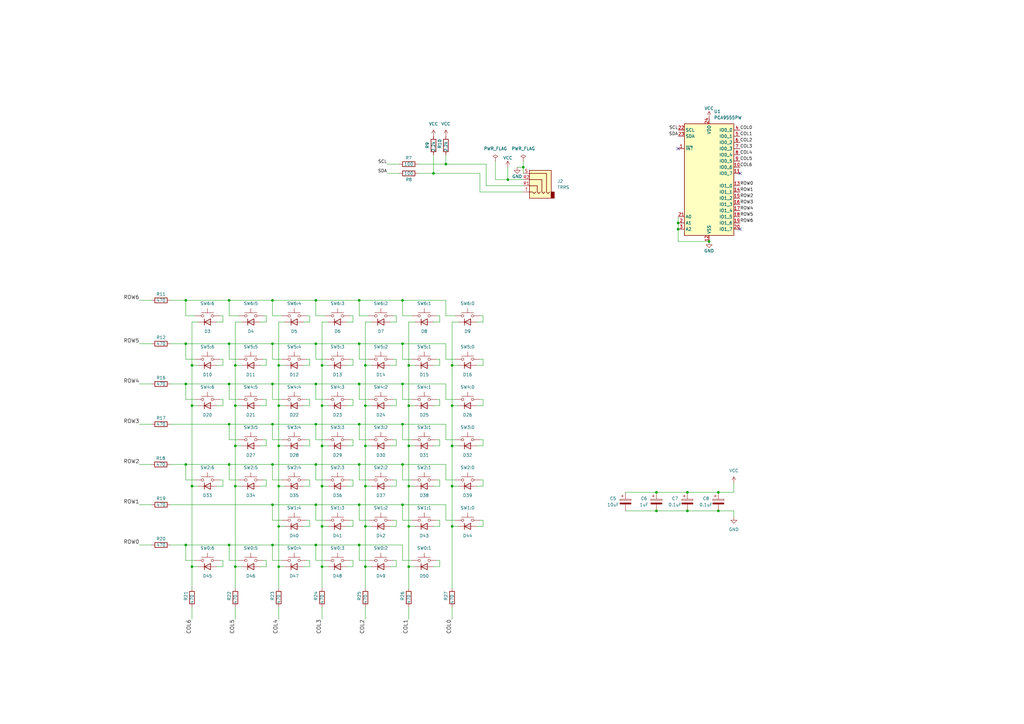
<source format=kicad_sch>
(kicad_sch (version 20211123) (generator eeschema)
  (paper "A3")
  (junction (at 114.3 215.9))
  (junction (at 96.52 232.41))
  (junction (at 149.86 182.88))
  (junction (at 114.3 149.86))
  (junction (at 167.64 215.9))
  (junction (at 78.74 166.37))
  (junction (at 132.08 149.86))
  (junction (at 278.13 91.44))
  (junction (at 76.2 190.5))
  (junction (at 132.08 166.37))
  (junction (at 294.64 201.93))
  (junction (at 111.76 207.01))
  (junction (at 96.52 149.86))
  (junction (at 129.54 173.99))
  (junction (at 96.52 166.37))
  (junction (at 132.08 182.88))
  (junction (at 78.74 232.41))
  (junction (at 294.64 209.55))
  (junction (at 132.08 232.41))
  (junction (at 129.54 223.52))
  (junction (at 114.3 232.41))
  (junction (at 185.42 182.88))
  (junction (at 93.98 140.97))
  (junction (at 165.1 173.99))
  (junction (at 269.24 201.93))
  (junction (at 269.24 209.55))
  (junction (at 76.2 140.97))
  (junction (at 165.1 123.19))
  (junction (at 177.8 71.12))
  (junction (at 93.98 173.99))
  (junction (at 114.3 182.88))
  (junction (at 111.76 223.52))
  (junction (at 185.42 149.86))
  (junction (at 96.52 182.88))
  (junction (at 96.52 199.39))
  (junction (at 167.64 182.88))
  (junction (at 147.32 190.5))
  (junction (at 147.32 123.19))
  (junction (at 132.08 199.39))
  (junction (at 76.2 123.19))
  (junction (at 111.76 123.19))
  (junction (at 165.1 157.48))
  (junction (at 93.98 190.5))
  (junction (at 78.74 149.86))
  (junction (at 167.64 149.86))
  (junction (at 111.76 157.48))
  (junction (at 185.42 215.9))
  (junction (at 214.63 68.58))
  (junction (at 167.64 232.41))
  (junction (at 165.1 140.97))
  (junction (at 147.32 173.99))
  (junction (at 76.2 157.48))
  (junction (at 165.1 190.5))
  (junction (at 129.54 157.48))
  (junction (at 147.32 207.01))
  (junction (at 149.86 199.39))
  (junction (at 208.28 73.66))
  (junction (at 167.64 166.37))
  (junction (at 149.86 149.86))
  (junction (at 147.32 157.48))
  (junction (at 114.3 166.37))
  (junction (at 129.54 140.97))
  (junction (at 129.54 190.5))
  (junction (at 182.88 67.31))
  (junction (at 149.86 166.37))
  (junction (at 278.13 93.98))
  (junction (at 111.76 140.97))
  (junction (at 129.54 207.01))
  (junction (at 147.32 223.52))
  (junction (at 149.86 215.9))
  (junction (at 132.08 215.9))
  (junction (at 114.3 199.39))
  (junction (at 165.1 207.01))
  (junction (at 78.74 199.39))
  (junction (at 111.76 173.99))
  (junction (at 76.2 223.52))
  (junction (at 149.86 232.41))
  (junction (at 111.76 190.5))
  (junction (at 185.42 166.37))
  (junction (at 167.64 199.39))
  (junction (at 129.54 123.19))
  (junction (at 281.94 209.55))
  (junction (at 281.94 201.93))
  (junction (at 185.42 199.39))
  (junction (at 147.32 140.97))
  (junction (at 93.98 223.52))
  (junction (at 93.98 157.48))
  (junction (at 93.98 123.19))
  (junction (at 290.83 99.06))
  (no_connect (at 278.13 60.96))
  (no_connect (at 303.53 71.12))
  (no_connect (at 303.53 93.98))
  (wire (pts (xy 162.56 229.87) (xy 162.56 232.41)))
  (wire (pts (xy 129.54 157.48) (xy 147.32 157.48)))
  (wire (pts (xy 165.1 229.87) (xy 168.91 229.87)))
  (wire (pts (xy 182.88 207.01) (xy 182.88 213.36)))
  (wire (pts (xy 111.76 157.48) (xy 111.76 163.83)))
  (wire (pts (xy 198.12 199.39) (xy 198.12 196.85)))
  (wire (pts (xy 165.1 173.99) (xy 165.1 180.34)))
  (wire (pts (xy 106.68 199.39) (xy 109.22 199.39)))
  (wire (pts (xy 69.7472 190.5) (xy 76.2 190.5)))
  (wire (pts (xy 69.85 173.99) (xy 93.98 173.99)))
  (wire (pts (xy 132.08 215.9) (xy 134.62 215.9)))
  (wire (pts (xy 114.3 199.39) (xy 116.84 199.39)))
  (wire (pts (xy 165.1 196.85) (xy 168.91 196.85)))
  (wire (pts (xy 144.78 199.39) (xy 144.78 196.85)))
  (wire (pts (xy 142.24 166.37) (xy 144.78 166.37)))
  (wire (pts (xy 161.29 196.85) (xy 162.56 196.85)))
  (wire (pts (xy 114.3 248.92) (xy 114.3 254)))
  (wire (pts (xy 127 180.34) (xy 127 182.88)))
  (wire (pts (xy 78.74 232.41) (xy 78.74 241.3)))
  (wire (pts (xy 149.86 166.37) (xy 149.86 182.88)))
  (wire (pts (xy 69.85 207.01) (xy 111.76 207.01)))
  (wire (pts (xy 114.3 149.86) (xy 114.3 166.37)))
  (wire (pts (xy 129.54 207.01) (xy 147.32 207.01)))
  (wire (pts (xy 144.78 215.9) (xy 144.78 213.36)))
  (wire (pts (xy 142.24 215.9) (xy 144.78 215.9)))
  (wire (pts (xy 78.74 149.86) (xy 78.74 166.37)))
  (wire (pts (xy 300.99 198.12) (xy 300.99 201.93)))
  (wire (pts (xy 147.32 163.83) (xy 151.13 163.83)))
  (wire (pts (xy 93.98 223.52) (xy 93.98 229.87)))
  (wire (pts (xy 165.1 157.48) (xy 182.88 157.48)))
  (wire (pts (xy 182.88 190.5) (xy 182.88 196.85)))
  (wire (pts (xy 69.85 157.48) (xy 76.2 157.48)))
  (wire (pts (xy 147.32 157.48) (xy 147.32 163.83)))
  (wire (pts (xy 78.74 132.08) (xy 81.28 132.08)))
  (wire (pts (xy 132.08 232.41) (xy 134.62 232.41)))
  (wire (pts (xy 96.52 166.37) (xy 99.06 166.37)))
  (wire (pts (xy 278.13 88.9) (xy 278.13 91.44)))
  (wire (pts (xy 106.68 182.88) (xy 109.22 182.88)))
  (wire (pts (xy 185.42 215.9) (xy 185.42 241.3)))
  (wire (pts (xy 147.32 123.19) (xy 147.32 129.54)))
  (wire (pts (xy 149.86 215.9) (xy 149.86 232.41)))
  (wire (pts (xy 114.3 149.86) (xy 116.84 149.86)))
  (wire (pts (xy 96.52 199.39) (xy 96.52 232.41)))
  (wire (pts (xy 143.51 180.34) (xy 144.78 180.34)))
  (wire (pts (xy 147.32 229.87) (xy 151.13 229.87)))
  (wire (pts (xy 93.98 223.52) (xy 111.76 223.52)))
  (wire (pts (xy 111.76 190.5) (xy 111.76 196.85)))
  (wire (pts (xy 111.76 157.48) (xy 129.54 157.48)))
  (wire (pts (xy 76.2 163.83) (xy 80.01 163.83)))
  (wire (pts (xy 76.2 140.97) (xy 93.98 140.97)))
  (wire (pts (xy 93.98 147.32) (xy 97.79 147.32)))
  (wire (pts (xy 179.07 213.36) (xy 180.34 213.36)))
  (wire (pts (xy 167.64 232.41) (xy 167.64 241.3)))
  (wire (pts (xy 160.02 215.9) (xy 162.56 215.9)))
  (wire (pts (xy 203.2 66.04) (xy 203.2 73.66)))
  (wire (pts (xy 149.86 182.88) (xy 152.4 182.88)))
  (wire (pts (xy 129.54 173.99) (xy 147.32 173.99)))
  (wire (pts (xy 90.17 196.85) (xy 91.44 196.85)))
  (wire (pts (xy 96.52 248.92) (xy 96.52 254)))
  (wire (pts (xy 182.88 63.5) (xy 182.88 67.31)))
  (wire (pts (xy 132.08 132.08) (xy 134.62 132.08)))
  (wire (pts (xy 165.1 190.5) (xy 165.1 196.85)))
  (wire (pts (xy 294.64 209.55) (xy 300.99 209.55)))
  (wire (pts (xy 160.02 182.88) (xy 162.56 182.88)))
  (wire (pts (xy 111.76 180.34) (xy 115.57 180.34)))
  (wire (pts (xy 214.63 78.74) (xy 196.85 78.74)))
  (wire (pts (xy 196.85 71.12) (xy 177.8 71.12)))
  (wire (pts (xy 182.88 163.83) (xy 186.69 163.83)))
  (wire (pts (xy 129.54 223.52) (xy 147.32 223.52)))
  (wire (pts (xy 109.22 166.37) (xy 109.22 163.83)))
  (wire (pts (xy 127 149.86) (xy 127 147.32)))
  (wire (pts (xy 185.42 182.88) (xy 187.96 182.88)))
  (wire (pts (xy 78.74 248.92) (xy 78.74 254)))
  (wire (pts (xy 149.86 132.08) (xy 149.86 149.86)))
  (wire (pts (xy 109.22 132.08) (xy 109.22 129.54)))
  (wire (pts (xy 196.85 78.74) (xy 196.85 71.12)))
  (wire (pts (xy 127 132.08) (xy 127 129.54)))
  (wire (pts (xy 129.54 223.52) (xy 129.54 229.87)))
  (wire (pts (xy 171.45 71.12) (xy 177.8 71.12)))
  (wire (pts (xy 161.29 180.34) (xy 162.56 180.34)))
  (wire (pts (xy 185.42 149.86) (xy 187.96 149.86)))
  (wire (pts (xy 179.07 147.32) (xy 180.34 147.32)))
  (wire (pts (xy 195.58 166.37) (xy 198.12 166.37)))
  (wire (pts (xy 96.52 232.41) (xy 96.52 241.3)))
  (wire (pts (xy 149.86 149.86) (xy 149.86 166.37)))
  (wire (pts (xy 158.75 71.12) (xy 163.83 71.12)))
  (wire (pts (xy 182.88 157.48) (xy 182.88 163.83)))
  (wire (pts (xy 129.54 180.34) (xy 133.35 180.34)))
  (wire (pts (xy 162.56 182.88) (xy 162.56 180.34)))
  (wire (pts (xy 162.56 199.39) (xy 162.56 196.85)))
  (wire (pts (xy 129.54 140.97) (xy 129.54 147.32)))
  (wire (pts (xy 196.85 180.34) (xy 198.12 180.34)))
  (wire (pts (xy 132.08 232.41) (xy 132.08 241.3)))
  (wire (pts (xy 96.52 132.08) (xy 96.52 149.86)))
  (wire (pts (xy 208.28 73.66) (xy 208.28 68.58)))
  (wire (pts (xy 179.07 196.85) (xy 180.34 196.85)))
  (wire (pts (xy 177.8 132.08) (xy 180.34 132.08)))
  (wire (pts (xy 88.9 166.37) (xy 91.44 166.37)))
  (wire (pts (xy 180.34 149.86) (xy 180.34 147.32)))
  (wire (pts (xy 142.24 132.08) (xy 144.78 132.08)))
  (wire (pts (xy 177.8 149.86) (xy 180.34 149.86)))
  (wire (pts (xy 125.73 180.34) (xy 127 180.34)))
  (wire (pts (xy 165.1 140.97) (xy 182.88 140.97)))
  (wire (pts (xy 93.98 140.97) (xy 111.76 140.97)))
  (wire (pts (xy 182.88 180.34) (xy 186.69 180.34)))
  (wire (pts (xy 107.95 163.83) (xy 109.22 163.83)))
  (wire (pts (xy 78.74 132.08) (xy 78.74 149.86)))
  (wire (pts (xy 124.46 149.86) (xy 127 149.86)))
  (wire (pts (xy 93.98 180.34) (xy 97.79 180.34)))
  (wire (pts (xy 182.88 129.54) (xy 186.69 129.54)))
  (wire (pts (xy 106.68 132.08) (xy 109.22 132.08)))
  (wire (pts (xy 96.52 182.88) (xy 99.06 182.88)))
  (wire (pts (xy 91.44 199.39) (xy 91.44 196.85)))
  (wire (pts (xy 214.63 76.2) (xy 199.39 76.2)))
  (wire (pts (xy 185.42 199.39) (xy 187.96 199.39)))
  (wire (pts (xy 57.15 140.97) (xy 62.23 140.97)))
  (wire (pts (xy 88.9 132.08) (xy 91.44 132.08)))
  (wire (pts (xy 214.63 68.58) (xy 214.63 71.12)))
  (wire (pts (xy 180.34 215.9) (xy 180.34 213.36)))
  (wire (pts (xy 147.32 207.01) (xy 165.1 207.01)))
  (wire (pts (xy 132.08 182.88) (xy 132.08 199.39)))
  (wire (pts (xy 167.64 149.86) (xy 170.18 149.86)))
  (wire (pts (xy 147.32 173.99) (xy 165.1 173.99)))
  (wire (pts (xy 196.85 196.85) (xy 198.12 196.85)))
  (wire (pts (xy 109.22 182.88) (xy 109.22 180.34)))
  (wire (pts (xy 111.76 229.87) (xy 115.57 229.87)))
  (wire (pts (xy 165.1 190.5) (xy 182.88 190.5)))
  (wire (pts (xy 203.2 73.66) (xy 208.28 73.66)))
  (wire (pts (xy 132.08 248.92) (xy 132.08 254)))
  (wire (pts (xy 147.32 180.34) (xy 151.13 180.34)))
  (wire (pts (xy 57.15 173.99) (xy 62.23 173.99)))
  (wire (pts (xy 165.1 180.34) (xy 168.91 180.34)))
  (wire (pts (xy 177.8 63.5) (xy 177.8 71.12)))
  (wire (pts (xy 107.95 147.32) (xy 109.22 147.32)))
  (wire (pts (xy 278.13 99.06) (xy 290.83 99.06)))
  (wire (pts (xy 144.78 182.88) (xy 144.78 180.34)))
  (wire (pts (xy 125.73 163.83) (xy 127 163.83)))
  (wire (pts (xy 199.39 76.2) (xy 199.39 67.31)))
  (wire (pts (xy 180.34 166.37) (xy 180.34 163.83)))
  (wire (pts (xy 165.1 140.97) (xy 165.1 147.32)))
  (wire (pts (xy 114.3 166.37) (xy 116.84 166.37)))
  (wire (pts (xy 165.1 163.83) (xy 168.91 163.83)))
  (wire (pts (xy 111.76 213.36) (xy 115.57 213.36)))
  (wire (pts (xy 91.44 232.41) (xy 91.44 229.87)))
  (wire (pts (xy 300.99 209.55) (xy 300.99 212.09)))
  (wire (pts (xy 167.64 166.37) (xy 170.18 166.37)))
  (wire (pts (xy 149.86 166.37) (xy 152.4 166.37)))
  (wire (pts (xy 90.17 129.54) (xy 91.44 129.54)))
  (wire (pts (xy 167.64 215.9) (xy 170.18 215.9)))
  (wire (pts (xy 149.86 232.41) (xy 152.4 232.41)))
  (wire (pts (xy 144.78 149.86) (xy 144.78 147.32)))
  (wire (pts (xy 107.95 196.85) (xy 109.22 196.85)))
  (wire (pts (xy 96.52 166.37) (xy 96.52 182.88)))
  (wire (pts (xy 109.22 199.39) (xy 109.22 196.85)))
  (wire (pts (xy 147.32 140.97) (xy 165.1 140.97)))
  (wire (pts (xy 93.98 123.19) (xy 111.76 123.19)))
  (wire (pts (xy 93.98 229.87) (xy 97.79 229.87)))
  (wire (pts (xy 144.78 166.37) (xy 144.78 163.83)))
  (wire (pts (xy 57.15 157.48) (xy 62.23 157.48)))
  (wire (pts (xy 147.32 213.36) (xy 151.13 213.36)))
  (wire (pts (xy 111.76 207.01) (xy 129.54 207.01)))
  (wire (pts (xy 106.68 232.41) (xy 109.22 232.41)))
  (wire (pts (xy 269.24 201.93) (xy 281.94 201.93)))
  (wire (pts (xy 93.98 123.19) (xy 93.98 129.54)))
  (wire (pts (xy 114.3 215.9) (xy 114.3 232.41)))
  (wire (pts (xy 111.76 173.99) (xy 129.54 173.99)))
  (wire (pts (xy 124.46 182.88) (xy 127 182.88)))
  (wire (pts (xy 256.54 201.93) (xy 269.24 201.93)))
  (wire (pts (xy 96.52 149.86) (xy 96.52 166.37)))
  (wire (pts (xy 195.58 215.9) (xy 198.12 215.9)))
  (wire (pts (xy 78.74 199.39) (xy 81.28 199.39)))
  (wire (pts (xy 162.56 166.37) (xy 162.56 163.83)))
  (wire (pts (xy 78.74 232.41) (xy 81.28 232.41)))
  (wire (pts (xy 165.1 213.36) (xy 168.91 213.36)))
  (wire (pts (xy 111.76 140.97) (xy 129.54 140.97)))
  (wire (pts (xy 214.63 73.66) (xy 208.28 73.66)))
  (wire (pts (xy 167.64 215.9) (xy 167.64 232.41)))
  (wire (pts (xy 165.1 207.01) (xy 165.1 213.36)))
  (wire (pts (xy 142.24 199.39) (xy 144.78 199.39)))
  (wire (pts (xy 180.34 132.08) (xy 180.34 129.54)))
  (wire (pts (xy 132.08 199.39) (xy 132.08 215.9)))
  (wire (pts (xy 93.98 196.85) (xy 97.79 196.85)))
  (wire (pts (xy 167.64 199.39) (xy 170.18 199.39)))
  (wire (pts (xy 90.17 147.32) (xy 91.44 147.32)))
  (wire (pts (xy 114.3 232.41) (xy 114.3 241.3)))
  (wire (pts (xy 111.76 163.83) (xy 115.57 163.83)))
  (wire (pts (xy 198.12 132.08) (xy 198.12 129.54)))
  (wire (pts (xy 93.98 173.99) (xy 93.98 180.34)))
  (wire (pts (xy 114.3 166.37) (xy 114.3 182.88)))
  (wire (pts (xy 76.2 147.32) (xy 80.01 147.32)))
  (wire (pts (xy 196.85 147.32) (xy 198.12 147.32)))
  (wire (pts (xy 96.52 182.88) (xy 96.52 199.39)))
  (wire (pts (xy 195.58 149.86) (xy 198.12 149.86)))
  (wire (pts (xy 129.54 196.85) (xy 133.35 196.85)))
  (wire (pts (xy 143.51 129.54) (xy 144.78 129.54)))
  (wire (pts (xy 124.46 215.9) (xy 127 215.9)))
  (wire (pts (xy 125.73 229.87) (xy 127 229.87)))
  (wire (pts (xy 124.46 132.08) (xy 127 132.08)))
  (wire (pts (xy 132.08 149.86) (xy 134.62 149.86)))
  (wire (pts (xy 111.76 129.54) (xy 115.57 129.54)))
  (wire (pts (xy 93.98 140.97) (xy 93.98 147.32)))
  (wire (pts (xy 165.1 147.32) (xy 168.91 147.32)))
  (wire (pts (xy 96.52 132.08) (xy 99.06 132.08)))
  (wire (pts (xy 162.56 232.41) (xy 160.02 232.41)))
  (wire (pts (xy 93.98 157.48) (xy 93.98 163.83)))
  (wire (pts (xy 147.32 123.19) (xy 165.1 123.19)))
  (wire (pts (xy 180.34 232.41) (xy 180.34 229.87)))
  (wire (pts (xy 76.2 123.19) (xy 93.98 123.19)))
  (wire (pts (xy 278.13 91.44) (xy 278.13 93.98)))
  (wire (pts (xy 180.34 182.88) (xy 180.34 180.34)))
  (wire (pts (xy 179.07 163.83) (xy 180.34 163.83)))
  (wire (pts (xy 132.08 166.37) (xy 132.08 182.88)))
  (wire (pts (xy 76.2 229.87) (xy 76.2 223.52)))
  (wire (pts (xy 144.78 132.08) (xy 144.78 129.54)))
  (wire (pts (xy 93.98 157.48) (xy 111.76 157.48)))
  (wire (pts (xy 129.54 190.5) (xy 147.32 190.5)))
  (wire (pts (xy 196.85 129.54) (xy 198.12 129.54)))
  (wire (pts (xy 111.76 223.52) (xy 129.54 223.52)))
  (wire (pts (xy 114.3 132.08) (xy 116.84 132.08)))
  (wire (pts (xy 111.76 190.5) (xy 129.54 190.5)))
  (wire (pts (xy 185.42 182.88) (xy 185.42 199.39)))
  (wire (pts (xy 161.29 129.54) (xy 162.56 129.54)))
  (wire (pts (xy 129.54 190.5) (xy 129.54 196.85)))
  (wire (pts (xy 57.15 190.5) (xy 62.1272 190.5)))
  (wire (pts (xy 114.3 182.88) (xy 114.3 199.39)))
  (wire (pts (xy 76.2 129.54) (xy 76.2 123.19)))
  (wire (pts (xy 114.3 215.9) (xy 116.84 215.9)))
  (wire (pts (xy 149.86 232.41) (xy 149.86 241.3)))
  (wire (pts (xy 93.98 129.54) (xy 97.79 129.54)))
  (wire (pts (xy 182.88 147.32) (xy 186.69 147.32)))
  (wire (pts (xy 167.64 182.88) (xy 167.64 199.39)))
  (wire (pts (xy 91.44 149.86) (xy 91.44 147.32)))
  (wire (pts (xy 107.95 229.87) (xy 109.22 229.87)))
  (wire (pts (xy 160.02 149.86) (xy 162.56 149.86)))
  (wire (pts (xy 111.76 123.19) (xy 111.76 129.54)))
  (wire (pts (xy 147.32 147.32) (xy 151.13 147.32)))
  (wire (pts (xy 196.85 163.83) (xy 198.12 163.83)))
  (wire (pts (xy 96.52 199.39) (xy 99.06 199.39)))
  (wire (pts (xy 88.9 199.39) (xy 91.44 199.39)))
  (wire (pts (xy 162.56 149.86) (xy 162.56 147.32)))
  (wire (pts (xy 179.07 129.54) (xy 180.34 129.54)))
  (wire (pts (xy 199.39 67.31) (xy 182.88 67.31)))
  (wire (pts (xy 185.42 132.08) (xy 185.42 149.86)))
  (wire (pts (xy 76.2 129.54) (xy 80.01 129.54)))
  (wire (pts (xy 143.51 229.87) (xy 144.78 229.87)))
  (wire (pts (xy 132.08 166.37) (xy 134.62 166.37)))
  (wire (pts (xy 171.45 67.31) (xy 182.88 67.31)))
  (wire (pts (xy 129.54 207.01) (xy 129.54 213.36)))
  (wire (pts (xy 300.99 201.93) (xy 294.64 201.93)))
  (wire (pts (xy 198.12 215.9) (xy 198.12 213.36)))
  (wire (pts (xy 167.64 199.39) (xy 167.64 215.9)))
  (wire (pts (xy 161.29 163.83) (xy 162.56 163.83)))
  (wire (pts (xy 78.74 199.39) (xy 78.74 232.41)))
  (wire (pts (xy 111.76 147.32) (xy 115.57 147.32)))
  (wire (pts (xy 132.08 149.86) (xy 132.08 166.37)))
  (wire (pts (xy 143.51 213.36) (xy 144.78 213.36)))
  (wire (pts (xy 106.68 166.37) (xy 109.22 166.37)))
  (wire (pts (xy 142.24 182.88) (xy 144.78 182.88)))
  (wire (pts (xy 129.54 123.19) (xy 147.32 123.19)))
  (wire (pts (xy 162.56 215.9) (xy 162.56 213.36)))
  (wire (pts (xy 147.32 157.48) (xy 165.1 157.48)))
  (wire (pts (xy 107.95 180.34) (xy 109.22 180.34)))
  (wire (pts (xy 88.9 232.41) (xy 91.44 232.41)))
  (wire (pts (xy 76.2 223.52) (xy 93.98 223.52)))
  (wire (pts (xy 129.54 173.99) (xy 129.54 180.34)))
  (wire (pts (xy 195.58 199.39) (xy 198.12 199.39)))
  (wire (pts (xy 129.54 157.48) (xy 129.54 163.83)))
  (wire (pts (xy 167.64 149.86) (xy 167.64 166.37)))
  (wire (pts (xy 147.32 196.85) (xy 151.13 196.85)))
  (wire (pts (xy 269.24 209.55) (xy 281.94 209.55)))
  (wire (pts (xy 111.76 140.97) (xy 111.76 147.32)))
  (wire (pts (xy 167.64 166.37) (xy 167.64 182.88)))
  (wire (pts (xy 78.74 166.37) (xy 78.74 199.39)))
  (wire (pts (xy 91.44 166.37) (xy 91.44 163.83)))
  (wire (pts (xy 76.2 196.85) (xy 80.01 196.85)))
  (wire (pts (xy 129.54 129.54) (xy 133.35 129.54)))
  (wire (pts (xy 149.86 199.39) (xy 152.4 199.39)))
  (wire (pts (xy 179.07 180.34) (xy 180.34 180.34)))
  (wire (pts (xy 76.2 157.48) (xy 93.98 157.48)))
  (wire (pts (xy 114.3 199.39) (xy 114.3 215.9)))
  (wire (pts (xy 185.42 215.9) (xy 187.96 215.9)))
  (wire (pts (xy 281.94 209.55) (xy 294.64 209.55)))
  (wire (pts (xy 107.95 129.54) (xy 109.22 129.54)))
  (wire (pts (xy 158.75 67.31) (xy 163.83 67.31)))
  (wire (pts (xy 165.1 129.54) (xy 168.91 129.54)))
  (wire (pts (xy 185.42 199.39) (xy 185.42 215.9)))
  (wire (pts (xy 185.42 166.37) (xy 185.42 182.88)))
  (wire (pts (xy 93.98 190.5) (xy 111.76 190.5)))
  (wire (pts (xy 125.73 129.54) (xy 127 129.54)))
  (wire (pts (xy 177.8 199.39) (xy 180.34 199.39)))
  (wire (pts (xy 182.88 123.19) (xy 182.88 129.54)))
  (wire (pts (xy 177.8 182.88) (xy 180.34 182.88)))
  (wire (pts (xy 93.98 173.99) (xy 111.76 173.99)))
  (wire (pts (xy 127 215.9) (xy 127 213.36)))
  (wire (pts (xy 69.85 123.19) (xy 76.2 123.19)))
  (wire (pts (xy 90.17 229.87) (xy 91.44 229.87)))
  (wire (pts (xy 167.64 182.88) (xy 170.18 182.88)))
  (wire (pts (xy 149.86 199.39) (xy 149.86 215.9)))
  (wire (pts (xy 161.29 229.87) (xy 162.56 229.87)))
  (wire (pts (xy 96.52 149.86) (xy 99.06 149.86)))
  (wire (pts (xy 147.32 223.52) (xy 165.1 223.52)))
  (wire (pts (xy 256.54 209.55) (xy 269.24 209.55)))
  (wire (pts (xy 57.15 123.19) (xy 62.23 123.19)))
  (wire (pts (xy 212.09 68.58) (xy 214.63 68.58)))
  (wire (pts (xy 185.42 248.92) (xy 185.42 254)))
  (wire (pts (xy 129.54 213.36) (xy 133.35 213.36)))
  (wire (pts (xy 69.85 140.97) (xy 76.2 140.97)))
  (wire (pts (xy 125.73 196.85) (xy 127 196.85)))
  (wire (pts (xy 129.54 123.19) (xy 129.54 129.54)))
  (wire (pts (xy 182.88 196.85) (xy 186.69 196.85)))
  (wire (pts (xy 147.32 223.52) (xy 147.32 229.87)))
  (wire (pts (xy 165.1 123.19) (xy 165.1 129.54)))
  (wire (pts (xy 167.64 248.92) (xy 167.64 254)))
  (wire (pts (xy 132.08 199.39) (xy 134.62 199.39)))
  (wire (pts (xy 127 199.39) (xy 127 196.85)))
  (wire (pts (xy 185.42 132.08) (xy 187.96 132.08)))
  (wire (pts (xy 160.02 199.39) (xy 162.56 199.39)))
  (wire (pts (xy 149.86 182.88) (xy 149.86 199.39)))
  (wire (pts (xy 127 232.41) (xy 127 229.87)))
  (wire (pts (xy 182.88 173.99) (xy 182.88 180.34)))
  (wire (pts (xy 78.74 149.86) (xy 81.28 149.86)))
  (wire (pts (xy 149.86 248.92) (xy 149.86 254)))
  (wire (pts (xy 167.64 232.41) (xy 170.18 232.41)))
  (wire (pts (xy 129.54 140.97) (xy 147.32 140.97)))
  (wire (pts (xy 76.2 229.87) (xy 80.01 229.87)))
  (wire (pts (xy 124.46 199.39) (xy 127 199.39)))
  (wire (pts (xy 129.54 229.87) (xy 133.35 229.87)))
  (wire (pts (xy 185.42 166.37) (xy 187.96 166.37)))
  (wire (pts (xy 96.52 232.41) (xy 99.06 232.41)))
  (wire (pts (xy 76.2 147.32) (xy 76.2 140.97)))
  (wire (pts (xy 281.94 201.93) (xy 294.64 201.93)))
  (wire (pts (xy 129.54 163.83) (xy 133.35 163.83)))
  (wire (pts (xy 147.32 140.97) (xy 147.32 147.32)))
  (wire (pts (xy 147.32 190.5) (xy 147.32 196.85)))
  (wire (pts (xy 78.74 166.37) (xy 81.28 166.37)))
  (wire (pts (xy 147.32 207.01) (xy 147.32 213.36)))
  (wire (pts (xy 179.07 229.87) (xy 180.34 229.87)))
  (wire (pts (xy 132.08 132.08) (xy 132.08 149.86)))
  (wire (pts (xy 91.44 132.08) (xy 91.44 129.54)))
  (wire (pts (xy 57.15 223.52) (xy 62.23 223.52)))
  (wire (pts (xy 129.54 147.32) (xy 133.35 147.32)))
  (wire (pts (xy 149.86 149.86) (xy 152.4 149.86)))
  (wire (pts (xy 111.76 173.99) (xy 111.76 180.34)))
  (wire (pts (xy 127 166.37) (xy 127 163.83)))
  (wire (pts (xy 76.2 196.85) (xy 76.2 190.5)))
  (wire (pts (xy 111.76 123.19) (xy 129.54 123.19)))
  (wire (pts (xy 196.85 213.36) (xy 198.12 213.36)))
  (wire (pts (xy 144.78 232.41) (xy 142.24 232.41)))
  (wire (pts (xy 198.12 182.88) (xy 198.12 180.34)))
  (wire (pts (xy 167.64 132.08) (xy 170.18 132.08)))
  (wire (pts (xy 180.34 199.39) (xy 180.34 196.85)))
  (wire (pts (xy 160.02 132.08) (xy 162.56 132.08)))
  (wire (pts (xy 161.29 147.32) (xy 162.56 147.32)))
  (wire (pts (xy 161.29 213.36) (xy 162.56 213.36)))
  (wire (pts (xy 76.2 190.5) (xy 93.98 190.5)))
  (wire (pts (xy 182.88 140.97) (xy 182.88 147.32)))
  (wire (pts (xy 57.15 207.01) (xy 62.23 207.01)))
  (wire (pts (xy 214.63 66.04) (xy 214.63 68.58)))
  (wire (pts (xy 132.08 182.88) (xy 134.62 182.88)))
  (wire (pts (xy 147.32 173.99) (xy 147.32 180.34)))
  (wire (pts (xy 177.8 166.37) (xy 180.34 166.37)))
  (wire (pts (xy 125.73 213.36) (xy 127 213.36)))
  (wire (pts (xy 143.51 163.83) (xy 144.78 163.83)))
  (wire (pts (xy 142.24 149.86) (xy 144.78 149.86)))
  (wire (pts (xy 114.3 182.88) (xy 116.84 182.88)))
  (wire (pts (xy 125.73 147.32) (xy 127 147.32)))
  (wire (pts (xy 165.1 123.19) (xy 182.88 123.19)))
  (wire (pts (xy 124.46 166.37) (xy 127 166.37)))
  (wire (pts (xy 90.17 163.83) (xy 91.44 163.83)))
  (wire (pts (xy 167.64 132.08) (xy 167.64 149.86)))
  (wire (pts (xy 93.98 190.5) (xy 93.98 196.85)))
  (wire (pts (xy 162.56 132.08) (xy 162.56 129.54)))
  (wire (pts (xy 106.68 149.86) (xy 109.22 149.86)))
  (wire (pts (xy 111.76 207.01) (xy 111.76 213.36)))
  (wire (pts (xy 177.8 215.9) (xy 180.34 215.9)))
  (wire (pts (xy 177.8 232.41) (xy 180.34 232.41)))
  (wire (pts (xy 165.1 223.52) (xy 165.1 229.87)))
  (wire (pts (xy 144.78 229.87) (xy 144.78 232.41)))
  (wire (pts (xy 109.22 149.86) (xy 109.22 147.32)))
  (wire (pts (xy 149.86 215.9) (xy 152.4 215.9)))
  (wire (pts (xy 143.51 147.32) (xy 144.78 147.32)))
  (wire (pts (xy 132.08 215.9) (xy 132.08 232.41)))
  (wire (pts (xy 93.98 163.83) (xy 97.79 163.83)))
  (wire (pts (xy 198.12 166.37) (xy 198.12 163.83)))
  (wire (pts (xy 69.85 223.52) (xy 76.2 223.52)))
  (wire (pts (xy 143.51 196.85) (xy 144.78 196.85)))
  (wire (pts (xy 195.58 182.88) (xy 198.12 182.88)))
  (wire (pts (xy 109.22 232.41) (xy 109.22 229.87)))
  (wire (pts (xy 198.12 149.86) (xy 198.12 147.32)))
  (wire (pts (xy 185.42 149.86) (xy 185.42 166.37)))
  (wire (pts (xy 182.88 213.36) (xy 186.69 213.36)))
  (wire (pts (xy 165.1 173.99) (xy 182.88 173.99)))
  (wire (pts (xy 149.86 132.08) (xy 152.4 132.08)))
  (wire (pts (xy 160.02 166.37) (xy 162.56 166.37)))
  (wire (pts (xy 147.32 129.54) (xy 151.13 129.54)))
  (wire (pts (xy 111.76 196.85) (xy 115.57 196.85)))
  (wire (pts (xy 165.1 207.01) (xy 182.88 207.01)))
  (wire (pts (xy 88.9 149.86) (xy 91.44 149.86)))
  (wire (pts (xy 114.3 132.08) (xy 114.3 149.86)))
  (wire (pts (xy 114.3 232.41) (xy 116.84 232.41)))
  (wire (pts (xy 195.58 132.08) (xy 198.12 132.08)))
  (wire (pts (xy 111.76 223.52) (xy 111.76 229.87)))
  (wire (pts (xy 165.1 157.48) (xy 165.1 163.83)))
  (wire (pts (xy 147.32 190.5) (xy 165.1 190.5)))
  (wire (pts (xy 76.2 163.83) (xy 76.2 157.48)))
  (wire (pts (xy 124.46 232.41) (xy 127 232.41)))
  (wire (pts (xy 278.13 93.98) (xy 278.13 99.06)))
  (label "ROW5" (at 303.53 88.9 0))
  (label "ROW6" (at 303.53 91.44 0))
  (label "COL4" (at 114.3 254 270) (effects (font (size 1.524 1.524))))
  (label "COL3" (at 303.53 60.96 0))
  (label "COL0" (at 185.42 254 270) (effects (font (size 1.524 1.524))))
  (label "COL3" (at 132.08 254 270) (effects (font (size 1.524 1.524))))
  (label "ROW5" (at 57.15 140.97 180) (effects (font (size 1.524 1.524))))
  (label "ROW3" (at 303.53 83.82 0))
  (label "ROW1" (at 57.15 207.01 180) (effects (font (size 1.524 1.524))))
  (label "SDA" (at 278.13 55.88 180))
  (label "COL0" (at 303.53 53.34 0))
  (label "ROW4" (at 303.53 86.36 0))
  (label "ROW1" (at 303.53 78.74 0))
  (label "COL2" (at 303.53 58.42 0))
  (label "COL5" (at 96.52 254 270) (effects (font (size 1.524 1.524))))
  (label "SCL" (at 158.75 67.31 180))
  (label "ROW0" (at 303.53 76.2 0))
  (label "COL6" (at 78.74 254 270) (effects (font (size 1.524 1.524))))
  (label "COL2" (at 149.86 254 270) (effects (font (size 1.524 1.524))))
  (label "ROW4" (at 57.15 157.48 180) (effects (font (size 1.524 1.524))))
  (label "COL1" (at 303.53 55.88 0))
  (label "ROW0" (at 57.15 223.52 180) (effects (font (size 1.524 1.524))))
  (label "SDA" (at 158.75 71.12 180))
  (label "COL4" (at 303.53 63.5 0))
  (label "COL1" (at 167.64 254 270) (effects (font (size 1.524 1.524))))
  (label "COL5" (at 303.53 66.04 0))
  (label "COL6" (at 303.53 68.58 0))
  (label "ROW6" (at 57.15 123.19 180) (effects (font (size 1.524 1.524))))
  (label "ROW2" (at 303.53 81.28 0))
  (label "ROW3" (at 57.15 173.99 180) (effects (font (size 1.524 1.524))))
  (label "SCL" (at 278.13 53.34 180))
  (label "ROW2" (at 57.15 190.5 180) (effects (font (size 1.524 1.524))))
  (symbol (lib_id "Switch:SW_Push") (at 138.43 180.34 0) (unit 1)
    (property "Reference" "SW3:3" (at 138.43 175.26 0))
    (property "Value" "SW_Push" (effects hide))
    (property "Footprint" "additional-footprints:KailhHotswapChoc1" (effects hide))
  )
  (symbol (lib_id "Switch:SW_Push") (at 156.21 163.83 0) (unit 1)
    (property "Reference" "SW4:2" (at 156.21 158.75 0))
    (property "Value" "SW_Push" (effects hide))
    (property "Footprint" "additional-footprints:KailhHotswapChoc1" (effects hide))
  )
  (symbol (lib_id "Device:R") (at 66.04 173.99 270) (unit 1)
    (property "Reference" "R17" (at 66.04 171.45 90))
    (property "Value" "470" (at 66.04 173.99 90))
    (property "Footprint" "Resistor_SMD:R_0402_1005Metric" (effects hide))
    (property "LCSC" "C25117" (effects hide))
  )
  (symbol (lib_id "Device:D") (at 102.87 166.37 0) (unit 1)
    (property "Reference" "D21" (at 102.87 170.18 0))
    (property "Value" "D" (effects hide))
    (property "Footprint" "Diode_SMD:D_SOD-123F" (effects hide))
    (property "LCSC" "C64898" (effects hide))
  )
  (symbol (lib_id "Device:D") (at 102.87 149.86 0) (unit 1)
    (property "Reference" "D11" (at 102.87 153.67 0))
    (property "Value" "D" (effects hide))
    (property "Footprint" "Diode_SMD:D_SOD-123F" (effects hide))
    (property "LCSC" "C64898" (effects hide))
  )
  (symbol (lib_id "Switch:SW_Push") (at 156.21 180.34 0) (unit 1)
    (property "Reference" "SW3:2" (at 156.21 175.26 0))
    (property "Value" "SW_Push" (effects hide))
    (property "Footprint" "additional-footprints:KailhHotswapChoc1" (effects hide))
  )
  (symbol (lib_id "Switch:SW_Push") (at 102.87 196.85 0) (unit 1)
    (property "Reference" "SW2:5" (at 102.87 191.77 0))
    (property "Value" "SW_Push" (effects hide))
    (property "Footprint" "additional-footprints:KailhHotswapChoc1" (effects hide))
  )
  (symbol (lib_id "Device:R") (at 66.04 157.48 270) (unit 1)
    (property "Reference" "R16" (at 66.04 154.94 90))
    (property "Value" "470" (at 66.04 157.48 90))
    (property "Footprint" "Resistor_SMD:R_0402_1005Metric" (effects hide))
    (property "LCSC" "C25117" (effects hide))
  )
  (symbol (lib_id "Device:R") (at 66.04 123.19 270) (unit 1)
    (property "Reference" "R11" (at 66.04 120.65 90))
    (property "Value" "470" (at 66.04 123.19 90))
    (property "Footprint" "Resistor_SMD:R_0402_1005Metric" (effects hide))
    (property "LCSC" "C25117" (effects hide))
  )
  (symbol (lib_id "power:PWR_FLAG") (at 203.2 66.04 0) (unit 1)
    (property "Reference" "#FLG0101" (effects hide))
    (property "Value" "PWR_FLAG" (at 203.2 60.96 0))
  )
  (symbol (lib_id "Device:D") (at 191.77 215.9 0) (unit 1)
    (property "Reference" "D44" (at 191.77 219.71 0))
    (property "Value" "D" (effects hide))
    (property "Footprint" "Diode_SMD:D_SOD-123F" (effects hide))
    (property "LCSC" "C64898" (effects hide))
  )
  (symbol (lib_id "Switch:SW_Push") (at 138.43 229.87 0) (unit 1)
    (property "Reference" "SW0:3" (at 138.43 224.79 0))
    (property "Value" "SW_Push" (effects hide))
    (property "Footprint" "additional-footprints:KailhHotswapChoc2" (effects hide))
  )
  (symbol (lib_id "Interface_Expansion:PCA9555PW") (at 290.83 73.66 0) (unit 1)
    (property "Reference" "U1" (at 292.8494 45.72 0) (effects (justify left)))
    (property "Value" "PCA9555PW" (at 292.8494 48.26 0) (effects (justify left)))
    (property "Footprint" "additional-footprints:TSSOP-24_4.4x7.8mm_P0.65mm_JLCPCB" (effects hide))
    (property "Datasheet" "https://www.nxp.com/docs/en/data-sheet/PCA9555.pdf" (effects hide))
    (property "LCSC" "C128392" (effects hide))
  )
  (symbol (lib_id "power:GND") (at 290.83 99.06 0) (unit 1)
    (property "Reference" "#PWR0102" (effects hide))
    (property "Value" "GND" (at 290.83 102.87 0))
  )
  (symbol (lib_id "Switch:SW_Push") (at 102.87 129.54 0) (unit 1)
    (property "Reference" "SW6:5" (at 102.87 124.46 0))
    (property "Value" "SW_Push" (effects hide))
    (property "Footprint" "additional-footprints:KailhHotswapChoc1" (effects hide))
  )
  (symbol (lib_id "Switch:SW_Push") (at 85.09 229.87 0) (unit 1)
    (property "Reference" "SW0:6" (at 85.09 224.79 0))
    (property "Value" "SW_Push" (effects hide))
    (property "Footprint" "additional-footprints:KailhHotswapChoc1" (effects hide))
  )
  (symbol (lib_id "Device:D") (at 173.99 149.86 0) (unit 1)
    (property "Reference" "D15" (at 173.99 153.67 0))
    (property "Value" "D" (effects hide))
    (property "Footprint" "Diode_SMD:D_SOD-123F" (effects hide))
    (property "LCSC" "C64898" (effects hide))
  )
  (symbol (lib_id "Switch:SW_Push") (at 173.99 163.83 0) (unit 1)
    (property "Reference" "SW4:1" (at 173.99 158.75 0))
    (property "Value" "SW_Push" (effects hide))
    (property "Footprint" "additional-footprints:KailhHotswapChoc1" (effects hide))
  )
  (symbol (lib_id "Device:R") (at 96.52 245.11 0) (unit 1)
    (property "Reference" "R22" (at 93.98 246.38 90) (effects (justify left)))
    (property "Value" "470" (at 96.52 247.65 90) (effects (justify left)))
    (property "Footprint" "Resistor_SMD:R_0402_1005Metric" (effects hide))
    (property "LCSC" "C25117" (effects hide))
  )
  (symbol (lib_id "power:GND") (at 212.09 68.58 0) (unit 1)
    (property "Reference" "#PWR0107" (effects hide))
    (property "Value" "GND" (at 212.09 72.39 0))
  )
  (symbol (lib_id "Device:C_Polarized") (at 294.64 205.74 0) (unit 1)
    (property "Reference" "C8" (at 289.56 204.47 0))
    (property "Value" "0.1uF" (at 289.56 207.01 0))
    (property "Footprint" "Capacitor_SMD:C_0402_1005Metric" (effects hide))
    (property "LCSC" "C307331" (effects hide))
  )
  (symbol (lib_id "Switch:SW_Push") (at 85.09 163.83 0) (unit 1)
    (property "Reference" "SW4:6" (at 85.09 158.75 0))
    (property "Value" "SW_Push" (effects hide))
    (property "Footprint" "additional-footprints:KailhHotswapChoc15" (effects hide))
  )
  (symbol (lib_id "power:VCC") (at 290.83 48.26 0) (unit 1)
    (property "Reference" "#PWR0108" (effects hide))
    (property "Value" "VCC" (at 290.83 44.45 0))
  )
  (symbol (lib_id "Device:D") (at 156.21 232.41 0) (unit 1)
    (property "Reference" "D49" (at 156.21 236.22 0))
    (property "Value" "D" (effects hide))
    (property "Footprint" "Diode_SMD:D_SOD-123F" (effects hide))
    (property "LCSC" "C64898" (effects hide))
  )
  (symbol (lib_id "power:VCC") (at 300.99 198.12 0) (unit 1)
    (property "Reference" "#PWR0103" (effects hide))
    (property "Value" "VCC" (at 300.99 193.04 0))
  )
  (symbol (lib_id "Switch:SW_Push") (at 138.43 196.85 0) (unit 1)
    (property "Reference" "SW2:3" (at 138.43 191.77 0))
    (property "Value" "SW_Push" (effects hide))
    (property "Footprint" "additional-footprints:KailhHotswapChoc1" (effects hide))
  )
  (symbol (lib_id "Switch:SW_Push") (at 156.21 196.85 0) (unit 1)
    (property "Reference" "SW2:2" (at 156.21 191.77 0))
    (property "Value" "SW_Push" (effects hide))
    (property "Footprint" "additional-footprints:KailhHotswapChoc1" (effects hide))
  )
  (symbol (lib_id "Device:D") (at 85.09 166.37 0) (unit 1)
    (property "Reference" "D20" (at 85.09 170.18 0))
    (property "Value" "D" (effects hide))
    (property "Footprint" "Diode_SMD:D_SOD-123F" (effects hide))
    (property "LCSC" "C64898" (effects hide))
  )
  (symbol (lib_id "Device:D") (at 85.09 232.41 0) (unit 1)
    (property "Reference" "D45" (at 85.09 236.22 0))
    (property "Value" "D" (effects hide))
    (property "Footprint" "Diode_SMD:D_SOD-123F" (effects hide))
    (property "LCSC" "C64898" (effects hide))
  )
  (symbol (lib_id "Device:R") (at 167.64 71.12 270) (unit 1)
    (property "Reference" "R8" (at 167.64 73.66 90))
    (property "Value" "100" (at 167.64 71.12 90))
    (property "Footprint" "Resistor_SMD:R_0402_1005Metric" (effects hide))
    (property "LCSC" "C25076" (effects hide))
  )
  (symbol (lib_id "Switch:SW_Push") (at 102.87 180.34 0) (unit 1)
    (property "Reference" "SW3:5" (at 102.87 175.26 0))
    (property "Value" "SW_Push" (effects hide))
    (property "Footprint" "additional-footprints:KailhHotswapChoc1" (effects hide))
  )
  (symbol (lib_id "Switch:SW_Push") (at 191.77 147.32 0) (unit 1)
    (property "Reference" "SW5:0" (at 191.77 142.24 0))
    (property "Value" "SW_Push" (effects hide))
    (property "Footprint" "additional-footprints:KailhHotswapChoc1" (effects hide))
  )
  (symbol (lib_id "Device:D") (at 138.43 215.9 0) (unit 1)
    (property "Reference" "D41" (at 138.43 219.71 0))
    (property "Value" "D" (effects hide))
    (property "Footprint" "Diode_SMD:D_SOD-123F" (effects hide))
    (property "LCSC" "C64898" (effects hide))
  )
  (symbol (lib_id "power:VCC") (at 182.88 55.88 0) (unit 1)
    (property "Reference" "#PWR0105" (effects hide))
    (property "Value" "VCC" (at 182.88 50.8 0))
  )
  (symbol (lib_id "Switch:SW_Push") (at 85.09 129.54 0) (unit 1)
    (property "Reference" "SW6:6" (at 85.09 124.46 0))
    (property "Value" "SW_Push" (effects hide))
    (property "Footprint" "additional-footprints:KailhHotswapChoc1" (effects hide))
  )
  (symbol (lib_id "Connector:AudioJack4") (at 219.71 73.66 0) (mirror y) (unit 1)
    (property "Reference" "J2" (at 228.6 74.2949 0) (effects (justify right)))
    (property "Value" "TRRS" (at 228.6 76.8349 0) (effects (justify right)))
    (property "Footprint" "additional-footprints:TRRS-PJ-320A" (effects hide))
  )
  (symbol (lib_id "Switch:SW_Push") (at 102.87 229.87 0) (unit 1)
    (property "Reference" "SW0:5" (at 102.87 224.79 0))
    (property "Value" "SW_Push" (effects hide))
    (property "Footprint" "additional-footprints:KailhHotswapChoc1" (effects hide))
  )
  (symbol (lib_id "Switch:SW_Push") (at 120.65 229.87 0) (unit 1)
    (property "Reference" "SW0:4" (at 120.65 224.79 0))
    (property "Value" "SW_Push" (effects hide))
    (property "Footprint" "additional-footprints:KailhHotswapChoc1" (effects hide))
  )
  (symbol (lib_id "Device:R") (at 149.86 245.11 0) (unit 1)
    (property "Reference" "R25" (at 147.32 246.38 90) (effects (justify left)))
    (property "Value" "470" (at 149.86 247.65 90) (effects (justify left)))
    (property "Footprint" "Resistor_SMD:R_0402_1005Metric" (effects hide))
    (property "LCSC" "C25117" (effects hide))
  )
  (symbol (lib_id "Device:D") (at 138.43 132.08 0) (unit 1)
    (property "Reference" "D6" (at 138.43 135.89 0))
    (property "Value" "D" (effects hide))
    (property "Footprint" "Diode_SMD:D_SOD-123F" (effects hide))
    (property "LCSC" "C64898" (effects hide))
  )
  (symbol (lib_id "Switch:SW_Push") (at 156.21 129.54 0) (unit 1)
    (property "Reference" "SW6:2" (at 156.21 124.46 0))
    (property "Value" "SW_Push" (effects hide))
    (property "Footprint" "additional-footprints:KailhHotswapChoc1" (effects hide))
  )
  (symbol (lib_id "Device:D") (at 173.99 182.88 0) (unit 1)
    (property "Reference" "D31" (at 173.99 186.69 0))
    (property "Value" "D" (effects hide))
    (property "Footprint" "Diode_SMD:D_SOD-123F" (effects hide))
    (property "LCSC" "C64898" (effects hide))
  )
  (symbol (lib_id "Device:D") (at 102.87 232.41 0) (unit 1)
    (property "Reference" "D46" (at 102.87 236.22 0))
    (property "Value" "D" (effects hide))
    (property "Footprint" "Diode_SMD:D_SOD-123F" (effects hide))
    (property "LCSC" "C64898" (effects hide))
  )
  (symbol (lib_id "Switch:SW_Push") (at 191.77 196.85 0) (unit 1)
    (property "Reference" "SW2:0" (at 191.77 191.77 0))
    (property "Value" "SW_Push" (effects hide))
    (property "Footprint" "additional-footprints:KailhHotswapChoc1" (effects hide))
  )
  (symbol (lib_id "Device:D") (at 191.77 149.86 0) (unit 1)
    (property "Reference" "D16" (at 191.77 153.67 0))
    (property "Value" "D" (effects hide))
    (property "Footprint" "Diode_SMD:D_SOD-123F" (effects hide))
    (property "LCSC" "C64898" (effects hide))
  )
  (symbol (lib_id "Device:D") (at 85.09 149.86 0) (unit 1)
    (property "Reference" "D10" (at 85.09 153.67 0))
    (property "Value" "D" (effects hide))
    (property "Footprint" "Diode_SMD:D_SOD-123F" (effects hide))
    (property "LCSC" "C64898" (effects hide))
  )
  (symbol (lib_id "Switch:SW_Push") (at 156.21 229.87 0) (unit 1)
    (property "Reference" "SW0:2" (at 156.21 224.79 0))
    (property "Value" "SW_Push" (effects hide))
    (property "Footprint" "additional-footprints:KailhHotswapChoc2" (effects hide))
  )
  (symbol (lib_id "Device:R") (at 66.04 207.01 270) (unit 1)
    (property "Reference" "R19" (at 66.04 204.47 90))
    (property "Value" "470" (at 66.04 207.01 90))
    (property "Footprint" "Resistor_SMD:R_0402_1005Metric" (effects hide))
    (property "LCSC" "C25117" (effects hide))
  )
  (symbol (lib_id "Switch:SW_Push") (at 173.99 180.34 0) (unit 1)
    (property "Reference" "SW3:1" (at 173.99 175.26 0))
    (property "Value" "SW_Push" (effects hide))
    (property "Footprint" "additional-footprints:KailhHotswapChoc1" (effects hide))
  )
  (symbol (lib_id "Device:D") (at 138.43 166.37 0) (unit 1)
    (property "Reference" "D23" (at 138.43 170.18 0))
    (property "Value" "D" (effects hide))
    (property "Footprint" "Diode_SMD:D_SOD-123F" (effects hide))
    (property "LCSC" "C64898" (effects hide))
  )
  (symbol (lib_id "Switch:SW_Push") (at 138.43 147.32 0) (unit 1)
    (property "Reference" "SW5:3" (at 138.43 142.24 0))
    (property "Value" "SW_Push" (effects hide))
    (property "Footprint" "additional-footprints:KailhHotswapChoc1" (effects hide))
  )
  (symbol (lib_id "Device:C_Polarized") (at 281.94 205.74 0) (unit 1)
    (property "Reference" "C7" (at 276.86 204.47 0))
    (property "Value" "0.1uF" (at 276.86 207.01 0))
    (property "Footprint" "Capacitor_SMD:C_0402_1005Metric" (effects hide))
    (property "LCSC" "C307331" (effects hide))
  )
  (symbol (lib_id "Device:D") (at 138.43 182.88 0) (unit 1)
    (property "Reference" "D29" (at 138.43 186.69 0))
    (property "Value" "D" (effects hide))
    (property "Footprint" "Diode_SMD:D_SOD-123F" (effects hide))
    (property "LCSC" "C64898" (effects hide))
  )
  (symbol (lib_id "Device:C_Polarized") (at 256.54 205.74 0) (unit 1)
    (property "Reference" "C5" (at 251.46 204.47 0))
    (property "Value" "10uF" (at 251.46 207.01 0))
    (property "Footprint" "Capacitor_SMD:C_0402_1005Metric" (effects hide))
    (property "LCSC" "C15525" (effects hide))
  )
  (symbol (lib_id "Switch:SW_Push") (at 120.65 213.36 0) (unit 1)
    (property "Reference" "SW1:4" (at 120.65 208.28 0))
    (property "Value" "SW_Push" (effects hide))
    (property "Footprint" "additional-footprints:KailhHotswapChoc1" (effects hide))
  )
  (symbol (lib_id "Switch:SW_Push") (at 120.65 129.54 0) (unit 1)
    (property "Reference" "SW6:4" (at 120.65 124.46 0))
    (property "Value" "SW_Push" (effects hide))
    (property "Footprint" "additional-footprints:KailhHotswapChoc1" (effects hide))
  )
  (symbol (lib_id "Device:D") (at 120.65 232.41 0) (unit 1)
    (property "Reference" "D47" (at 120.65 236.22 0))
    (property "Value" "D" (effects hide))
    (property "Footprint" "Diode_SMD:D_SOD-123F" (effects hide))
    (property "LCSC" "C64898" (effects hide))
  )
  (symbol (lib_id "Device:R") (at 167.64 67.31 270) (unit 1)
    (property "Reference" "R7" (at 167.64 64.77 90))
    (property "Value" "100" (at 167.64 67.31 90))
    (property "Footprint" "Resistor_SMD:R_0402_1005Metric" (effects hide))
    (property "LCSC" "C25076" (effects hide))
  )
  (symbol (lib_id "power:GND") (at 300.99 212.09 0) (unit 1)
    (property "Reference" "#PWR0101" (effects hide))
    (property "Value" "GND" (at 300.99 217.17 0))
  )
  (symbol (lib_id "Device:D") (at 102.87 132.08 0) (unit 1)
    (property "Reference" "D4" (at 102.87 135.89 0))
    (property "Value" "D" (effects hide))
    (property "Footprint" "Diode_SMD:D_SOD-123F" (effects hide))
    (property "LCSC" "C64898" (effects hide))
  )
  (symbol (lib_id "Device:R") (at 182.88 59.69 0) (unit 1)
    (property "Reference" "R10" (at 180.34 60.96 90) (effects (justify left)))
    (property "Value" "2.2k" (at 182.88 62.23 90) (effects (justify left)))
    (property "Footprint" "Resistor_SMD:R_0402_1005Metric" (effects hide))
    (property "LCSC" "C25879" (effects hide))
  )
  (symbol (lib_id "Switch:SW_Push") (at 120.65 196.85 0) (unit 1)
    (property "Reference" "SW2:4" (at 120.65 191.77 0))
    (property "Value" "SW_Push" (effects hide))
    (property "Footprint" "additional-footprints:KailhHotswapChoc1" (effects hide))
  )
  (symbol (lib_id "Device:D") (at 191.77 166.37 0) (unit 1)
    (property "Reference" "D26" (at 191.77 170.18 0))
    (property "Value" "D" (effects hide))
    (property "Footprint" "Diode_SMD:D_SOD-123F" (effects hide))
    (property "LCSC" "C64898" (effects hide))
  )
  (symbol (lib_id "Device:R") (at 114.3 245.11 0) (unit 1)
    (property "Reference" "R23" (at 111.76 246.38 90) (effects (justify left)))
    (property "Value" "470" (at 114.3 247.65 90) (effects (justify left)))
    (property "Footprint" "Resistor_SMD:R_0402_1005Metric" (effects hide))
    (property "LCSC" "C25117" (effects hide))
  )
  (symbol (lib_id "Switch:SW_Push") (at 191.77 129.54 0) (unit 1)
    (property "Reference" "SW6:0" (at 191.77 124.46 0))
    (property "Value" "SW_Push" (effects hide))
    (property "Footprint" "additional-footprints:KailhHotswapChoc1" (effects hide))
  )
  (symbol (lib_id "Device:D") (at 85.09 132.08 0) (unit 1)
    (property "Reference" "D3" (at 85.09 135.89 0))
    (property "Value" "D" (effects hide))
    (property "Footprint" "Diode_SMD:D_SOD-123F" (effects hide))
    (property "LCSC" "C64898" (effects hide))
  )
  (symbol (lib_id "Device:D") (at 102.87 199.39 0) (unit 1)
    (property "Reference" "D34" (at 102.87 203.2 0))
    (property "Value" "D" (effects hide))
    (property "Footprint" "Diode_SMD:D_SOD-123F" (effects hide))
    (property "LCSC" "C64898" (effects hide))
  )
  (symbol (lib_id "Switch:SW_Push") (at 191.77 180.34 0) (unit 1)
    (property "Reference" "SW3:0" (at 191.77 175.26 0))
    (property "Value" "SW_Push" (effects hide))
    (property "Footprint" "additional-footprints:KailhHotswapChoc1" (effects hide))
  )
  (symbol (lib_id "Switch:SW_Push") (at 138.43 129.54 0) (unit 1)
    (property "Reference" "SW6:3" (at 138.43 124.46 0))
    (property "Value" "SW_Push" (effects hide))
    (property "Footprint" "additional-footprints:KailhHotswapChoc1" (effects hide))
  )
  (symbol (lib_id "Switch:SW_Push") (at 191.77 163.83 0) (unit 1)
    (property "Reference" "SW4:0" (at 191.77 158.75 0))
    (property "Value" "SW_Push" (effects hide))
    (property "Footprint" "additional-footprints:KailhHotswapChoc1" (effects hide))
  )
  (symbol (lib_id "Switch:SW_Push") (at 173.99 147.32 0) (unit 1)
    (property "Reference" "SW5:1" (at 173.99 142.24 0))
    (property "Value" "SW_Push" (effects hide))
    (property "Footprint" "additional-footprints:KailhHotswapChoc1" (effects hide))
  )
  (symbol (lib_id "Switch:SW_Push") (at 85.09 196.85 0) (unit 1)
    (property "Reference" "SW2:6" (at 85.09 191.77 0))
    (property "Value" "SW_Push" (effects hide))
    (property "Footprint" "additional-footprints:KailhHotswapChoc15" (effects hide))
  )
  (symbol (lib_id "Device:D") (at 120.65 182.88 0) (unit 1)
    (property "Reference" "D28" (at 120.65 186.69 0))
    (property "Value" "D" (effects hide))
    (property "Footprint" "Diode_SMD:D_SOD-123F" (effects hide))
    (property "LCSC" "C64898" (effects hide))
  )
  (symbol (lib_id "Switch:SW_Push") (at 102.87 163.83 0) (unit 1)
    (property "Reference" "SW4:5" (at 102.87 158.75 0))
    (property "Value" "SW_Push" (effects hide))
    (property "Footprint" "additional-footprints:KailhHotswapChoc1" (effects hide))
  )
  (symbol (lib_id "Switch:SW_Push") (at 85.09 147.32 0) (unit 1)
    (property "Reference" "SW5:6" (at 85.09 142.24 0))
    (property "Value" "SW_Push" (effects hide))
    (property "Footprint" "additional-footprints:KailhHotswapChoc1" (effects hide))
  )
  (symbol (lib_id "power:VCC") (at 177.8 55.88 0) (unit 1)
    (property "Reference" "#PWR0104" (effects hide))
    (property "Value" "VCC" (at 177.8 50.8 0))
  )
  (symbol (lib_id "Switch:SW_Push") (at 102.87 147.32 0) (unit 1)
    (property "Reference" "SW5:5" (at 102.87 142.24 0))
    (property "Value" "SW_Push" (effects hide))
    (property "Footprint" "additional-footprints:KailhHotswapChoc1" (effects hide))
  )
  (symbol (lib_id "Device:D") (at 120.65 166.37 0) (unit 1)
    (property "Reference" "D22" (at 120.65 170.18 0))
    (property "Value" "D" (effects hide))
    (property "Footprint" "Diode_SMD:D_SOD-123F" (effects hide))
    (property "LCSC" "C64898" (effects hide))
  )
  (symbol (lib_id "Switch:SW_Push") (at 173.99 129.54 0) (unit 1)
    (property "Reference" "SW6:1" (at 173.99 124.46 0))
    (property "Value" "SW_Push" (effects hide))
    (property "Footprint" "additional-footprints:KailhHotswapChoc1" (effects hide))
  )
  (symbol (lib_id "Device:R") (at 66.04 140.97 270) (unit 1)
    (property "Reference" "R12" (at 66.04 138.43 90))
    (property "Value" "470" (at 66.04 140.97 90))
    (property "Footprint" "Resistor_SMD:R_0402_1005Metric" (effects hide))
    (property "LCSC" "C25117" (effects hide))
  )
  (symbol (lib_id "Device:R") (at 167.64 245.11 0) (unit 1)
    (property "Reference" "R26" (at 165.1 246.38 90) (effects (justify left)))
    (property "Value" "470" (at 167.64 247.65 90) (effects (justify left)))
    (property "Footprint" "Resistor_SMD:R_0402_1005Metric" (effects hide))
    (property "LCSC" "C25117" (effects hide))
  )
  (symbol (lib_id "Device:D") (at 156.21 199.39 0) (unit 1)
    (property "Reference" "D37" (at 156.21 203.2 0))
    (property "Value" "D" (effects hide))
    (property "Footprint" "Diode_SMD:D_SOD-123F" (effects hide))
    (property "LCSC" "C64898" (effects hide))
  )
  (symbol (lib_id "power:VCC") (at 208.28 68.58 0) (unit 1)
    (property "Reference" "#PWR0106" (effects hide))
    (property "Value" "VCC" (at 208.28 64.77 0))
  )
  (symbol (lib_id "Device:D") (at 138.43 199.39 0) (unit 1)
    (property "Reference" "D36" (at 138.43 203.2 0))
    (property "Value" "D" (effects hide))
    (property "Footprint" "Diode_SMD:D_SOD-123F" (effects hide))
    (property "LCSC" "C64898" (effects hide))
  )
  (symbol (lib_id "Switch:SW_Push") (at 138.43 213.36 0) (unit 1)
    (property "Reference" "SW1:3" (at 138.43 208.28 0))
    (property "Value" "SW_Push" (effects hide))
    (property "Footprint" "additional-footprints:KailhHotswapChoc1" (effects hide))
  )
  (symbol (lib_id "Switch:SW_Push") (at 191.77 213.36 0) (unit 1)
    (property "Reference" "SW1:0" (at 191.77 208.28 0))
    (property "Value" "SW_Push" (effects hide))
    (property "Footprint" "additional-footprints:KailhHotswapChoc1" (effects hide))
  )
  (symbol (lib_id "Device:R") (at 185.42 245.11 0) (unit 1)
    (property "Reference" "R27" (at 182.88 246.38 90) (effects (justify left)))
    (property "Value" "470" (at 185.42 247.65 90) (effects (justify left)))
    (property "Footprint" "Resistor_SMD:R_0402_1005Metric" (effects hide))
    (property "LCSC" "C25117" (effects hide))
  )
  (symbol (lib_id "Device:C_Polarized") (at 269.24 205.74 0) (unit 1)
    (property "Reference" "C6" (at 264.16 204.47 0))
    (property "Value" "1uF" (at 264.16 207.01 0))
    (property "Footprint" "Capacitor_SMD:C_0402_1005Metric" (effects hide))
    (property "LCSC" "C52923" (effects hide))
  )
  (symbol (lib_id "Switch:SW_Push") (at 156.21 147.32 0) (unit 1)
    (property "Reference" "SW5:2" (at 156.21 142.24 0))
    (property "Value" "SW_Push" (effects hide))
    (property "Footprint" "additional-footprints:KailhHotswapChoc1" (effects hide))
  )
  (symbol (lib_id "Device:R") (at 66.04 223.52 270) (unit 1)
    (property "Reference" "R20" (at 66.04 220.98 90))
    (property "Value" "470" (at 66.04 223.52 90))
    (property "Footprint" "Resistor_SMD:R_0402_1005Metric" (effects hide))
    (property "LCSC" "C25117" (effects hide))
  )
  (symbol (lib_id "Device:D") (at 120.65 215.9 0) (unit 1)
    (property "Reference" "D40" (at 120.65 219.71 0))
    (property "Value" "D" (effects hide))
    (property "Footprint" "Diode_SMD:D_SOD-123F" (effects hide))
    (property "LCSC" "C64898" (effects hide))
  )
  (symbol (lib_id "Device:D") (at 156.21 182.88 0) (unit 1)
    (property "Reference" "D30" (at 156.21 186.69 0))
    (property "Value" "D" (effects hide))
    (property "Footprint" "Diode_SMD:D_SOD-123F" (effects hide))
    (property "LCSC" "C64898" (effects hide))
  )
  (symbol (lib_id "power:PWR_FLAG") (at 214.63 66.04 0) (unit 1)
    (property "Reference" "#FLG0102" (effects hide))
    (property "Value" "PWR_FLAG" (at 214.63 60.96 0))
  )
  (symbol (lib_id "Device:D") (at 138.43 149.86 0) (unit 1)
    (property "Reference" "D13" (at 138.43 153.67 0))
    (property "Value" "D" (effects hide))
    (property "Footprint" "Diode_SMD:D_SOD-123F" (effects hide))
    (property "LCSC" "C64898" (effects hide))
  )
  (symbol (lib_id "Switch:SW_Push") (at 120.65 180.34 0) (unit 1)
    (property "Reference" "SW3:4" (at 120.65 175.26 0))
    (property "Value" "SW_Push" (effects hide))
    (property "Footprint" "additional-footprints:KailhHotswapChoc1" (effects hide))
  )
  (symbol (lib_id "Device:D") (at 156.21 132.08 0) (unit 1)
    (property "Reference" "D7" (at 156.21 135.89 0))
    (property "Value" "D" (effects hide))
    (property "Footprint" "Diode_SMD:D_SOD-123F" (effects hide))
    (property "LCSC" "C64898" (effects hide))
  )
  (symbol (lib_id "Device:R") (at 132.08 245.11 0) (unit 1)
    (property "Reference" "R24" (at 129.54 246.38 90) (effects (justify left)))
    (property "Value" "470" (at 132.08 247.65 90) (effects (justify left)))
    (property "Footprint" "Resistor_SMD:R_0402_1005Metric" (effects hide))
    (property "LCSC" "C25117" (effects hide))
  )
  (symbol (lib_id "Device:D") (at 156.21 149.86 0) (unit 1)
    (property "Reference" "D14" (at 156.21 153.67 0))
    (property "Value" "D" (effects hide))
    (property "Footprint" "Diode_SMD:D_SOD-123F" (effects hide))
    (property "LCSC" "C64898" (effects hide))
  )
  (symbol (lib_id "Device:D") (at 173.99 215.9 0) (unit 1)
    (property "Reference" "D43" (at 173.99 219.71 0))
    (property "Value" "D" (effects hide))
    (property "Footprint" "Diode_SMD:D_SOD-123F" (effects hide))
    (property "LCSC" "C64898" (effects hide))
  )
  (symbol (lib_id "Switch:SW_Push") (at 120.65 147.32 0) (unit 1)
    (property "Reference" "SW5:4" (at 120.65 142.24 0))
    (property "Value" "SW_Push" (effects hide))
    (property "Footprint" "additional-footprints:KailhHotswapChoc1" (effects hide))
  )
  (symbol (lib_id "Device:R") (at 65.9372 190.5 270) (unit 1)
    (property "Reference" "R18" (at 65.9372 187.96 90))
    (property "Value" "470" (at 65.9372 190.5 90))
    (property "Footprint" "Resistor_SMD:R_0402_1005Metric" (effects hide))
    (property "LCSC" "C25117" (effects hide))
  )
  (symbol (lib_id "Switch:SW_Push") (at 173.99 213.36 0) (unit 1)
    (property "Reference" "SW1:1" (at 173.99 208.28 0))
    (property "Value" "SW_Push" (effects hide))
    (property "Footprint" "additional-footprints:KailhHotswapChoc1" (effects hide))
  )
  (symbol (lib_id "Device:R") (at 177.8 59.69 0) (unit 1)
    (property "Reference" "R9" (at 175.26 60.96 90) (effects (justify left)))
    (property "Value" "2.2k" (at 177.8 62.23 90) (effects (justify left)))
    (property "Footprint" "Resistor_SMD:R_0402_1005Metric" (effects hide))
    (property "LCSC" "C25879" (effects hide))
  )
  (symbol (lib_id "Device:D") (at 173.99 132.08 0) (unit 1)
    (property "Reference" "D8" (at 173.99 135.89 0))
    (property "Value" "D" (effects hide))
    (property "Footprint" "Diode_SMD:D_SOD-123F" (effects hide))
    (property "LCSC" "C64898" (effects hide))
  )
  (symbol (lib_id "Device:D") (at 173.99 232.41 0) (unit 1)
    (property "Reference" "D50" (at 173.99 236.22 0))
    (property "Value" "D" (effects hide))
    (property "Footprint" "Diode_SMD:D_SOD-123F" (effects hide))
    (property "LCSC" "C64898" (effects hide))
  )
  (symbol (lib_id "Device:R") (at 78.74 245.11 0) (unit 1)
    (property "Reference" "R21" (at 76.2 246.38 90) (effects (justify left)))
    (property "Value" "470" (at 78.74 247.65 90) (effects (justify left)))
    (property "Footprint" "Resistor_SMD:R_0402_1005Metric" (effects hide))
    (property "LCSC" "C25117" (effects hide))
  )
  (symbol (lib_id "Device:D") (at 120.65 149.86 0) (unit 1)
    (property "Reference" "D12" (at 120.65 153.67 0))
    (property "Value" "D" (effects hide))
    (property "Footprint" "Diode_SMD:D_SOD-123F" (effects hide))
    (property "LCSC" "C64898" (effects hide))
  )
  (symbol (lib_id "Device:D") (at 191.77 132.08 0) (unit 1)
    (property "Reference" "D9" (at 191.77 135.89 0))
    (property "Value" "D" (effects hide))
    (property "Footprint" "Diode_SMD:D_SOD-123F" (effects hide))
    (property "LCSC" "C64898" (effects hide))
  )
  (symbol (lib_id "Device:D") (at 191.77 182.88 0) (unit 1)
    (property "Reference" "D32" (at 191.77 186.69 0))
    (property "Value" "D" (effects hide))
    (property "Footprint" "Diode_SMD:D_SOD-123F" (effects hide))
    (property "LCSC" "C64898" (effects hide))
  )
  (symbol (lib_id "Switch:SW_Push") (at 120.65 163.83 0) (unit 1)
    (property "Reference" "SW4:4" (at 120.65 158.75 0))
    (property "Value" "SW_Push" (effects hide))
    (property "Footprint" "additional-footprints:KailhHotswapChoc1" (effects hide))
  )
  (symbol (lib_id "Device:D") (at 138.43 232.41 0) (unit 1)
    (property "Reference" "D48" (at 138.43 236.22 0))
    (property "Value" "D" (effects hide))
    (property "Footprint" "Diode_SMD:D_SOD-123F" (effects hide))
    (property "LCSC" "C64898" (effects hide))
  )
  (symbol (lib_id "Switch:SW_Push") (at 173.99 196.85 0) (unit 1)
    (property "Reference" "SW2:1" (at 173.99 191.77 0))
    (property "Value" "SW_Push" (effects hide))
    (property "Footprint" "additional-footprints:KailhHotswapChoc1" (effects hide))
  )
  (symbol (lib_id "Device:D") (at 173.99 166.37 0) (unit 1)
    (property "Reference" "D25" (at 173.99 170.18 0))
    (property "Value" "D" (effects hide))
    (property "Footprint" "Diode_SMD:D_SOD-123F" (effects hide))
    (property "LCSC" "C64898" (effects hide))
  )
  (symbol (lib_id "Device:D") (at 191.77 199.39 0) (unit 1)
    (property "Reference" "D39" (at 191.77 203.2 0))
    (property "Value" "D" (effects hide))
    (property "Footprint" "Diode_SMD:D_SOD-123F" (effects hide))
    (property "LCSC" "C64898" (effects hide))
  )
  (symbol (lib_id "Switch:SW_Push") (at 173.99 229.87 0) (unit 1)
    (property "Reference" "SW0:1" (at 173.99 224.79 0))
    (property "Value" "SW_Push" (effects hide))
    (property "Footprint" "additional-footprints:KailhHotswapChoc1" (effects hide))
  )
  (symbol (lib_id "Device:D") (at 120.65 132.08 0) (unit 1)
    (property "Reference" "D5" (at 120.65 135.89 0))
    (property "Value" "D" (effects hide))
    (property "Footprint" "Diode_SMD:D_SOD-123F" (effects hide))
    (property "LCSC" "C64898" (effects hide))
  )
  (symbol (lib_id "Device:D") (at 156.21 166.37 0) (unit 1)
    (property "Reference" "D24" (at 156.21 170.18 0))
    (property "Value" "D" (effects hide))
    (property "Footprint" "Diode_SMD:D_SOD-123F" (effects hide))
    (property "LCSC" "C64898" (effects hide))
  )
  (symbol (lib_id "Switch:SW_Push") (at 138.43 163.83 0) (unit 1)
    (property "Reference" "SW4:3" (at 138.43 158.75 0))
    (property "Value" "SW_Push" (effects hide))
    (property "Footprint" "additional-footprints:KailhHotswapChoc1" (effects hide))
  )
  (symbol (lib_id "Device:D") (at 120.65 199.39 0) (unit 1)
    (property "Reference" "D35" (at 120.65 203.2 0))
    (property "Value" "D" (effects hide))
    (property "Footprint" "Diode_SMD:D_SOD-123F" (effects hide))
    (property "LCSC" "C64898" (effects hide))
  )
  (symbol (lib_id "Device:D") (at 173.99 199.39 0) (unit 1)
    (property "Reference" "D38" (at 173.99 203.2 0))
    (property "Value" "D" (effects hide))
    (property "Footprint" "Diode_SMD:D_SOD-123F" (effects hide))
    (property "LCSC" "C64898" (effects hide))
  )
  (symbol (lib_id "Device:D") (at 102.87 182.88 0) (unit 1)
    (property "Reference" "D27" (at 102.87 186.69 0))
    (property "Value" "D" (effects hide))
    (property "Footprint" "Diode_SMD:D_SOD-123F" (effects hide))
    (property "LCSC" "C64898" (effects hide))
  )
  (symbol (lib_id "Device:D") (at 85.09 199.39 0) (unit 1)
    (property "Reference" "D33" (at 85.09 203.2 0))
    (property "Value" "D" (effects hide))
    (property "Footprint" "Diode_SMD:D_SOD-123F" (effects hide))
    (property "LCSC" "C64898" (effects hide))
  )
  (symbol (lib_id "Device:D") (at 156.21 215.9 0) (unit 1)
    (property "Reference" "D42" (at 156.21 219.71 0))
    (property "Value" "D" (effects hide))
    (property "Footprint" "Diode_SMD:D_SOD-123F" (effects hide))
    (property "LCSC" "C64898" (effects hide))
  )
  (symbol (lib_id "Switch:SW_Push") (at 156.21 213.36 0) (unit 1)
    (property "Reference" "SW1:2" (at 156.21 208.28 0))
    (property "Value" "SW_Push" (effects hide))
    (property "Footprint" "additional-footprints:KailhHotswapChoc1" (effects hide))
  )
)
</source>
